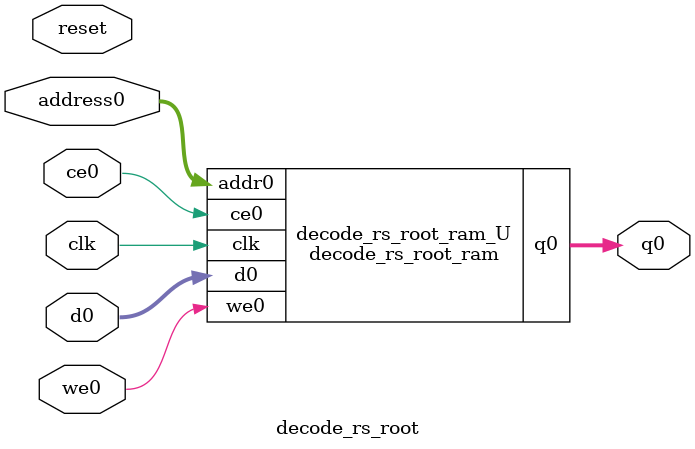
<source format=v>
`timescale 1 ns / 1 ps
module decode_rs_root_ram (addr0, ce0, d0, we0, q0,  clk);

parameter DWIDTH = 9;
parameter AWIDTH = 4;
parameter MEM_SIZE = 10;

input[AWIDTH-1:0] addr0;
input ce0;
input[DWIDTH-1:0] d0;
input we0;
output reg[DWIDTH-1:0] q0;
input clk;

reg [DWIDTH-1:0] ram[0:MEM_SIZE-1];




always @(posedge clk)  
begin 
    if (ce0) begin
        if (we0) 
            ram[addr0] <= d0; 
        q0 <= ram[addr0];
    end
end


endmodule

`timescale 1 ns / 1 ps
module decode_rs_root(
    reset,
    clk,
    address0,
    ce0,
    we0,
    d0,
    q0);

parameter DataWidth = 32'd9;
parameter AddressRange = 32'd10;
parameter AddressWidth = 32'd4;
input reset;
input clk;
input[AddressWidth - 1:0] address0;
input ce0;
input we0;
input[DataWidth - 1:0] d0;
output[DataWidth - 1:0] q0;



decode_rs_root_ram decode_rs_root_ram_U(
    .clk( clk ),
    .addr0( address0 ),
    .ce0( ce0 ),
    .we0( we0 ),
    .d0( d0 ),
    .q0( q0 ));

endmodule


</source>
